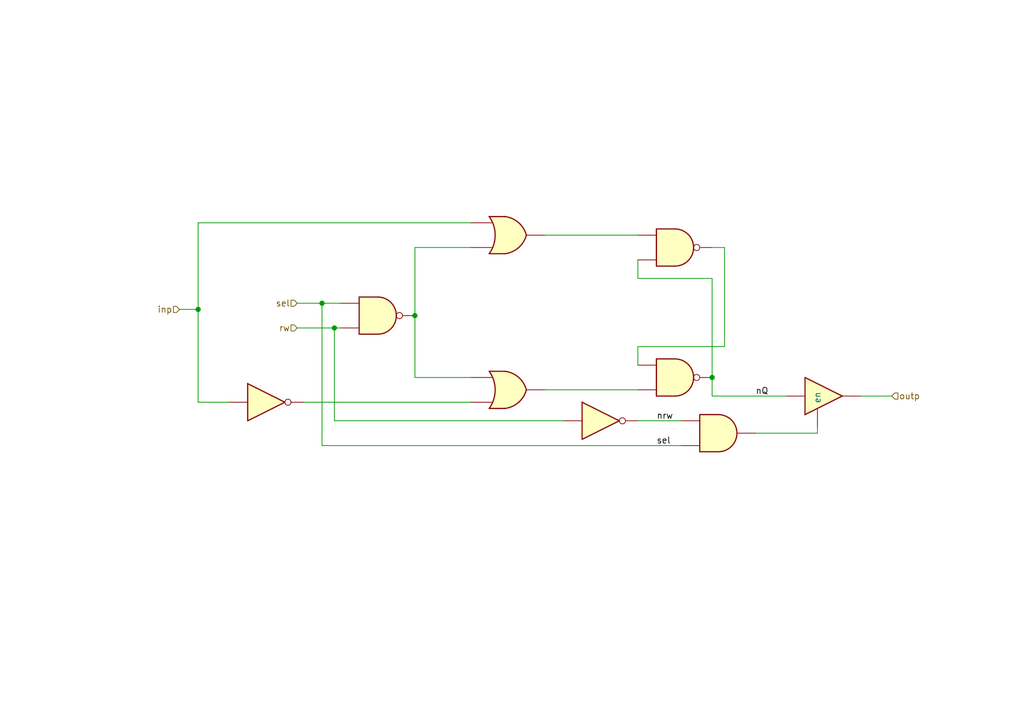
<source format=kicad_sch>
(kicad_sch (version 20230121) (generator eeschema)
  (paper "A5")
  (lib_symbols
    (symbol "4xxx:4010" (pin_names (offset 1.016))
      (symbol "4010_1_0"
        (polyline (pts (xy -3.81 3.81) (xy -3.81 -3.81) (xy 3.81 0) (xy -3.81 3.81)) (stroke (width 0.254)) (fill (type background)))
        (pin input line (at -7.62 0 0) (length 3.81) (name "~") (number ""))
        (pin output line (at 7.62 0 180) (length 3.81) (name "~") (number ""))
      )
      (symbol "4010_1_1"
        (pin input line (at -1.27 6.35 270) (length 3.81) (name "en") (number ""))
      )
      (symbol "4010_2_0"
        (polyline (pts (xy -3.81 3.81) (xy -3.81 -3.81) (xy 3.81 0) (xy -3.81 3.81)) (stroke (width 0.254)) (fill (type background)))
        (pin output line (at 7.62 0 180) (length 3.81) (name "~") (number "4"))
        (pin input line (at -7.62 0 0) (length 3.81) (name "~") (number "5"))
      )
      (symbol "4010_3_0"
        (polyline (pts (xy -3.81 3.81) (xy -3.81 -3.81) (xy 3.81 0) (xy -3.81 3.81)) (stroke (width 0.254)) (fill (type background)))
        (pin output line (at 7.62 0 180) (length 3.81) (name "~") (number "6"))
        (pin input line (at -7.62 0 0) (length 3.81) (name "~") (number "7"))
      )
      (symbol "4010_4_0"
        (polyline (pts (xy -3.81 3.81) (xy -3.81 -3.81) (xy 3.81 0) (xy -3.81 3.81)) (stroke (width 0.254)) (fill (type background)))
        (pin output line (at 7.62 0 180) (length 3.81) (name "~") (number "10"))
        (pin input line (at -7.62 0 0) (length 3.81) (name "~") (number "9"))
      )
      (symbol "4010_5_0"
        (polyline (pts (xy -3.81 3.81) (xy -3.81 -3.81) (xy 3.81 0) (xy -3.81 3.81)) (stroke (width 0.254)) (fill (type background)))
        (pin input line (at -7.62 0 0) (length 3.81) (name "~") (number "11"))
        (pin output line (at 7.62 0 180) (length 3.81) (name "~") (number "12"))
      )
      (symbol "4010_6_0"
        (polyline (pts (xy -3.81 3.81) (xy -3.81 -3.81) (xy 3.81 0) (xy -3.81 3.81)) (stroke (width 0.254)) (fill (type background)))
        (pin input line (at -7.62 0 0) (length 3.81) (name "~") (number "14"))
        (pin output line (at 7.62 0 180) (length 3.81) (name "~") (number "15"))
      )
      (symbol "4010_7_0"
        (pin power_in line (at 2.54 12.7 270) (length 5.08) (name "VCC") (number "1"))
        (pin power_in line (at -2.54 12.7 270) (length 5.08) (name "VDD") (number "16"))
        (pin power_in line (at 0 -12.7 90) (length 5.08) (name "VSS") (number "8"))
      )
      (symbol "4010_7_1"
        (rectangle (start -5.08 7.62) (end 5.08 -7.62) (stroke (width 0.254)) (fill (type background)))
      )
    )
    (symbol "4xxx:4011" (pin_names (offset 1.016))
      (property "Reference" "U174" (at -0.0083 8.89 0))
      (property "Value" "4011" (at -0.0083 6.35 0))
      (symbol "4011_1_1"
        (arc (start 0 -3.81) (mid 3.7934 0) (end 0 3.81) (stroke (width 0.254)) (fill (type background)))
        (polyline (pts (xy 0 3.81) (xy -3.81 3.81) (xy -3.81 -3.81) (xy 0 -3.81)) (stroke (width 0.254)) (fill (type background)))
        (pin input line (at -7.62 -2.54 0) (length 3.81) (name "~") (number ""))
        (pin input line (at -7.62 2.54 0) (length 3.81) (name "~") (number ""))
        (pin output inverted (at 7.62 0 180) (length 3.81) (name "~") (number ""))
      )
      (symbol "4011_1_2"
        (arc (start -3.81 -3.81) (mid -2.589 0) (end -3.81 3.81) (stroke (width 0.254)))
        (arc (start -0.6096 -3.81) (mid 2.1842 -2.5851) (end 3.81 0) (stroke (width 0.254)) (fill (type background)))
        (polyline (pts (xy -3.81 -3.81) (xy -0.635 -3.81)) (stroke (width 0.254)) (fill (type background)))
        (polyline (pts (xy -3.81 3.81) (xy -0.635 3.81)) (stroke (width 0.254)) (fill (type background)))
        (polyline (pts (xy -0.635 3.81) (xy -3.81 3.81) (xy -3.81 3.81) (xy -3.556 3.4036) (xy -3.0226 2.2606) (xy -2.6924 1.0414) (xy -2.6162 -0.254) (xy -2.7686 -1.4986) (xy -3.175 -2.7178) (xy -3.81 -3.81) (xy -3.81 -3.81) (xy -0.635 -3.81)) (stroke (width -25.4)) (fill (type background)))
        (arc (start 3.81 0) (mid 2.1915 2.5936) (end -0.6096 3.81) (stroke (width 0.254)) (fill (type background)))
        (pin input inverted (at -7.62 2.54 0) (length 4.318) (name "~") (number "1"))
        (pin input inverted (at -7.62 -2.54 0) (length 4.318) (name "~") (number "2"))
        (pin output line (at 7.62 0 180) (length 3.81) (name "~") (number "3"))
      )
      (symbol "4011_2_1"
        (arc (start 0 -3.81) (mid 3.7934 0) (end 0 3.81) (stroke (width 0.254)) (fill (type background)))
        (polyline (pts (xy 0 3.81) (xy -3.81 3.81) (xy -3.81 -3.81) (xy 0 -3.81)) (stroke (width 0.254)) (fill (type background)))
        (pin output inverted (at 7.62 0 180) (length 3.81) (name "~") (number "4"))
        (pin input line (at -7.62 2.54 0) (length 3.81) (name "~") (number "5"))
        (pin input line (at -7.62 -2.54 0) (length 3.81) (name "~") (number "6"))
      )
      (symbol "4011_2_2"
        (arc (start -3.81 -3.81) (mid -2.589 0) (end -3.81 3.81) (stroke (width 0.254)))
        (arc (start -0.6096 -3.81) (mid 2.1842 -2.5851) (end 3.81 0) (stroke (width 0.254)) (fill (type background)))
        (polyline (pts (xy -3.81 -3.81) (xy -0.635 -3.81)) (stroke (width 0.254)) (fill (type background)))
        (polyline (pts (xy -3.81 3.81) (xy -0.635 3.81)) (stroke (width 0.254)) (fill (type background)))
        (polyline (pts (xy -0.635 3.81) (xy -3.81 3.81) (xy -3.81 3.81) (xy -3.556 3.4036) (xy -3.0226 2.2606) (xy -2.6924 1.0414) (xy -2.6162 -0.254) (xy -2.7686 -1.4986) (xy -3.175 -2.7178) (xy -3.81 -3.81) (xy -3.81 -3.81) (xy -0.635 -3.81)) (stroke (width -25.4)) (fill (type background)))
        (arc (start 3.81 0) (mid 2.1915 2.5936) (end -0.6096 3.81) (stroke (width 0.254)) (fill (type background)))
        (pin output line (at 7.62 0 180) (length 3.81) (name "~") (number "4"))
        (pin input inverted (at -7.62 2.54 0) (length 4.318) (name "~") (number "5"))
        (pin input inverted (at -7.62 -2.54 0) (length 4.318) (name "~") (number "6"))
      )
      (symbol "4011_3_1"
        (arc (start 0 -3.81) (mid 3.7934 0) (end 0 3.81) (stroke (width 0.254)) (fill (type background)))
        (polyline (pts (xy 0 3.81) (xy -3.81 3.81) (xy -3.81 -3.81) (xy 0 -3.81)) (stroke (width 0.254)) (fill (type background)))
        (pin output inverted (at 7.62 0 180) (length 3.81) (name "~") (number "10"))
        (pin input line (at -7.62 2.54 0) (length 3.81) (name "~") (number "8"))
        (pin input line (at -7.62 -2.54 0) (length 3.81) (name "~") (number "9"))
      )
      (symbol "4011_3_2"
        (arc (start -3.81 -3.81) (mid -2.589 0) (end -3.81 3.81) (stroke (width 0.254)))
        (arc (start -0.6096 -3.81) (mid 2.1842 -2.5851) (end 3.81 0) (stroke (width 0.254)) (fill (type background)))
        (polyline (pts (xy -3.81 -3.81) (xy -0.635 -3.81)) (stroke (width 0.254)) (fill (type background)))
        (polyline (pts (xy -3.81 3.81) (xy -0.635 3.81)) (stroke (width 0.254)) (fill (type background)))
        (polyline (pts (xy -0.635 3.81) (xy -3.81 3.81) (xy -3.81 3.81) (xy -3.556 3.4036) (xy -3.0226 2.2606) (xy -2.6924 1.0414) (xy -2.6162 -0.254) (xy -2.7686 -1.4986) (xy -3.175 -2.7178) (xy -3.81 -3.81) (xy -3.81 -3.81) (xy -0.635 -3.81)) (stroke (width -25.4)) (fill (type background)))
        (arc (start 3.81 0) (mid 2.1915 2.5936) (end -0.6096 3.81) (stroke (width 0.254)) (fill (type background)))
        (pin output line (at 7.62 0 180) (length 3.81) (name "~") (number "10"))
        (pin input inverted (at -7.62 2.54 0) (length 4.318) (name "~") (number "8"))
        (pin input inverted (at -7.62 -2.54 0) (length 4.318) (name "~") (number "9"))
      )
      (symbol "4011_4_1"
        (arc (start 0 -3.81) (mid 3.7934 0) (end 0 3.81) (stroke (width 0.254)) (fill (type background)))
        (polyline (pts (xy 0 3.81) (xy -3.81 3.81) (xy -3.81 -3.81) (xy 0 -3.81)) (stroke (width 0.254)) (fill (type background)))
        (pin output inverted (at 7.62 0 180) (length 3.81) (name "~") (number "11"))
        (pin input line (at -7.62 2.54 0) (length 3.81) (name "~") (number "12"))
        (pin input line (at -7.62 -2.54 0) (length 3.81) (name "~") (number "13"))
      )
      (symbol "4011_4_2"
        (arc (start -3.81 -3.81) (mid -2.589 0) (end -3.81 3.81) (stroke (width 0.254)))
        (arc (start -0.6096 -3.81) (mid 2.1842 -2.5851) (end 3.81 0) (stroke (width 0.254)) (fill (type background)))
        (polyline (pts (xy -3.81 -3.81) (xy -0.635 -3.81)) (stroke (width 0.254)) (fill (type background)))
        (polyline (pts (xy -3.81 3.81) (xy -0.635 3.81)) (stroke (width 0.254)) (fill (type background)))
        (polyline (pts (xy -0.635 3.81) (xy -3.81 3.81) (xy -3.81 3.81) (xy -3.556 3.4036) (xy -3.0226 2.2606) (xy -2.6924 1.0414) (xy -2.6162 -0.254) (xy -2.7686 -1.4986) (xy -3.175 -2.7178) (xy -3.81 -3.81) (xy -3.81 -3.81) (xy -0.635 -3.81)) (stroke (width -25.4)) (fill (type background)))
        (arc (start 3.81 0) (mid 2.1915 2.5936) (end -0.6096 3.81) (stroke (width 0.254)) (fill (type background)))
        (pin output line (at 7.62 0 180) (length 3.81) (name "~") (number "11"))
        (pin input inverted (at -7.62 2.54 0) (length 4.318) (name "~") (number "12"))
        (pin input inverted (at -7.62 -2.54 0) (length 4.318) (name "~") (number "13"))
      )
      (symbol "4011_5_0"
        (pin power_in line (at 0 12.7 270) (length 5.08) (name "VDD") (number "14"))
        (pin power_in line (at 0 -12.7 90) (length 5.08) (name "VSS") (number "7"))
      )
      (symbol "4011_5_1"
        (rectangle (start -5.08 7.62) (end 5.08 -7.62) (stroke (width 0.254)) (fill (type background)))
      )
    )
    (symbol "4xxx:4069" (pin_names (offset 1.016))
      (symbol "4069_1_0"
        (polyline (pts (xy -3.81 3.81) (xy -3.81 -3.81) (xy 3.81 0) (xy -3.81 3.81)) (stroke (width 0.254)) (fill (type background)))
        (pin input line (at -7.62 0 0) (length 3.81) (name "~") (number ""))
        (pin output inverted (at 7.62 0 180) (length 3.81) (name "~") (number ""))
      )
      (symbol "4069_2_0"
        (polyline (pts (xy -3.81 3.81) (xy -3.81 -3.81) (xy 3.81 0) (xy -3.81 3.81)) (stroke (width 0.254)) (fill (type background)))
        (pin input line (at -7.62 0 0) (length 3.81) (name "~") (number "3"))
        (pin output inverted (at 7.62 0 180) (length 3.81) (name "~") (number "4"))
      )
      (symbol "4069_3_0"
        (polyline (pts (xy -3.81 3.81) (xy -3.81 -3.81) (xy 3.81 0) (xy -3.81 3.81)) (stroke (width 0.254)) (fill (type background)))
        (pin input line (at -7.62 0 0) (length 3.81) (name "~") (number "5"))
        (pin output inverted (at 7.62 0 180) (length 3.81) (name "~") (number "6"))
      )
      (symbol "4069_4_0"
        (polyline (pts (xy -3.81 3.81) (xy -3.81 -3.81) (xy 3.81 0) (xy -3.81 3.81)) (stroke (width 0.254)) (fill (type background)))
        (pin output inverted (at 7.62 0 180) (length 3.81) (name "~") (number "8"))
        (pin input line (at -7.62 0 0) (length 3.81) (name "~") (number "9"))
      )
      (symbol "4069_5_0"
        (polyline (pts (xy -3.81 3.81) (xy -3.81 -3.81) (xy 3.81 0) (xy -3.81 3.81)) (stroke (width 0.254)) (fill (type background)))
        (pin output inverted (at 7.62 0 180) (length 3.81) (name "~") (number "10"))
        (pin input line (at -7.62 0 0) (length 3.81) (name "~") (number "11"))
      )
      (symbol "4069_6_0"
        (polyline (pts (xy -3.81 3.81) (xy -3.81 -3.81) (xy 3.81 0) (xy -3.81 3.81)) (stroke (width 0.254)) (fill (type background)))
        (pin output inverted (at 7.62 0 180) (length 3.81) (name "~") (number "12"))
        (pin input line (at -7.62 0 0) (length 3.81) (name "~") (number "13"))
      )
      (symbol "4069_7_0"
        (pin power_in line (at 0 12.7 270) (length 5.08) (name "VDD") (number "14"))
        (pin power_in line (at 0 -12.7 90) (length 5.08) (name "VSS") (number "7"))
      )
      (symbol "4069_7_1"
        (rectangle (start -5.08 7.62) (end 5.08 -7.62) (stroke (width 0.254)) (fill (type background)))
      )
    )
    (symbol "4xxx:4071" (pin_names (offset 1.016))
      (symbol "4071_1_1"
        (arc (start -3.81 -3.81) (mid -2.589 0) (end -3.81 3.81) (stroke (width 0.254)))
        (arc (start -0.6096 -3.81) (mid 2.1842 -2.5851) (end 3.81 0) (stroke (width 0.254)) (fill (type background)))
        (polyline (pts (xy -3.81 -3.81) (xy -0.635 -3.81)) (stroke (width 0.254)) (fill (type background)))
        (polyline (pts (xy -3.81 3.81) (xy -0.635 3.81)) (stroke (width 0.254)) (fill (type background)))
        (polyline (pts (xy -0.635 3.81) (xy -3.81 3.81) (xy -3.81 3.81) (xy -3.556 3.4036) (xy -3.0226 2.2606) (xy -2.6924 1.0414) (xy -2.6162 -0.254) (xy -2.7686 -1.4986) (xy -3.175 -2.7178) (xy -3.81 -3.81) (xy -3.81 -3.81) (xy -0.635 -3.81)) (stroke (width -25.4)) (fill (type background)))
        (arc (start 3.81 0) (mid 2.1915 2.5936) (end -0.6096 3.81) (stroke (width 0.254)) (fill (type background)))
        (pin input line (at -7.62 -2.54 0) (length 4.318) (name "~") (number ""))
        (pin input line (at -7.62 2.54 0) (length 4.318) (name "~") (number ""))
        (pin output line (at 7.62 0 180) (length 3.81) (name "~") (number ""))
      )
      (symbol "4071_1_2"
        (arc (start 0 -3.81) (mid 3.7934 0) (end 0 3.81) (stroke (width 0.254)) (fill (type background)))
        (polyline (pts (xy 0 3.81) (xy -3.81 3.81) (xy -3.81 -3.81) (xy 0 -3.81)) (stroke (width 0.254)) (fill (type background)))
        (pin input inverted (at -7.62 2.54 0) (length 3.81) (name "~") (number "1"))
        (pin input inverted (at -7.62 -2.54 0) (length 3.81) (name "~") (number "2"))
        (pin output inverted (at 7.62 0 180) (length 3.81) (name "~") (number "3"))
      )
      (symbol "4071_2_1"
        (arc (start -3.81 -3.81) (mid -2.589 0) (end -3.81 3.81) (stroke (width 0.254)))
        (arc (start -0.6096 -3.81) (mid 2.1842 -2.5851) (end 3.81 0) (stroke (width 0.254)) (fill (type background)))
        (polyline (pts (xy -3.81 -3.81) (xy -0.635 -3.81)) (stroke (width 0.254)) (fill (type background)))
        (polyline (pts (xy -3.81 3.81) (xy -0.635 3.81)) (stroke (width 0.254)) (fill (type background)))
        (polyline (pts (xy -0.635 3.81) (xy -3.81 3.81) (xy -3.81 3.81) (xy -3.556 3.4036) (xy -3.0226 2.2606) (xy -2.6924 1.0414) (xy -2.6162 -0.254) (xy -2.7686 -1.4986) (xy -3.175 -2.7178) (xy -3.81 -3.81) (xy -3.81 -3.81) (xy -0.635 -3.81)) (stroke (width -25.4)) (fill (type background)))
        (arc (start 3.81 0) (mid 2.1915 2.5936) (end -0.6096 3.81) (stroke (width 0.254)) (fill (type background)))
        (pin output line (at 7.62 0 180) (length 3.81) (name "~") (number "4"))
        (pin input line (at -7.62 2.54 0) (length 4.318) (name "~") (number "5"))
        (pin input line (at -7.62 -2.54 0) (length 4.318) (name "~") (number "6"))
      )
      (symbol "4071_2_2"
        (arc (start 0 -3.81) (mid 3.7934 0) (end 0 3.81) (stroke (width 0.254)) (fill (type background)))
        (polyline (pts (xy 0 3.81) (xy -3.81 3.81) (xy -3.81 -3.81) (xy 0 -3.81)) (stroke (width 0.254)) (fill (type background)))
        (pin output inverted (at 7.62 0 180) (length 3.81) (name "~") (number "4"))
        (pin input inverted (at -7.62 2.54 0) (length 3.81) (name "~") (number "5"))
        (pin input inverted (at -7.62 -2.54 0) (length 3.81) (name "~") (number "6"))
      )
      (symbol "4071_3_1"
        (arc (start -3.81 -3.81) (mid -2.589 0) (end -3.81 3.81) (stroke (width 0.254)))
        (arc (start -0.6096 -3.81) (mid 2.1842 -2.5851) (end 3.81 0) (stroke (width 0.254)) (fill (type background)))
        (polyline (pts (xy -3.81 -3.81) (xy -0.635 -3.81)) (stroke (width 0.254)) (fill (type background)))
        (polyline (pts (xy -3.81 3.81) (xy -0.635 3.81)) (stroke (width 0.254)) (fill (type background)))
        (polyline (pts (xy -0.635 3.81) (xy -3.81 3.81) (xy -3.81 3.81) (xy -3.556 3.4036) (xy -3.0226 2.2606) (xy -2.6924 1.0414) (xy -2.6162 -0.254) (xy -2.7686 -1.4986) (xy -3.175 -2.7178) (xy -3.81 -3.81) (xy -3.81 -3.81) (xy -0.635 -3.81)) (stroke (width -25.4)) (fill (type background)))
        (arc (start 3.81 0) (mid 2.1915 2.5936) (end -0.6096 3.81) (stroke (width 0.254)) (fill (type background)))
        (pin output line (at 7.62 0 180) (length 3.81) (name "~") (number "10"))
        (pin input line (at -7.62 2.54 0) (length 4.318) (name "~") (number "8"))
        (pin input line (at -7.62 -2.54 0) (length 4.318) (name "~") (number "9"))
      )
      (symbol "4071_3_2"
        (arc (start 0 -3.81) (mid 3.7934 0) (end 0 3.81) (stroke (width 0.254)) (fill (type background)))
        (polyline (pts (xy 0 3.81) (xy -3.81 3.81) (xy -3.81 -3.81) (xy 0 -3.81)) (stroke (width 0.254)) (fill (type background)))
        (pin output inverted (at 7.62 0 180) (length 3.81) (name "~") (number "10"))
        (pin input inverted (at -7.62 2.54 0) (length 3.81) (name "~") (number "8"))
        (pin input inverted (at -7.62 -2.54 0) (length 3.81) (name "~") (number "9"))
      )
      (symbol "4071_4_1"
        (arc (start -3.81 -3.81) (mid -2.589 0) (end -3.81 3.81) (stroke (width 0.254)))
        (arc (start -0.6096 -3.81) (mid 2.1842 -2.5851) (end 3.81 0) (stroke (width 0.254)) (fill (type background)))
        (polyline (pts (xy -3.81 -3.81) (xy -0.635 -3.81)) (stroke (width 0.254)) (fill (type background)))
        (polyline (pts (xy -3.81 3.81) (xy -0.635 3.81)) (stroke (width 0.254)) (fill (type background)))
        (polyline (pts (xy -0.635 3.81) (xy -3.81 3.81) (xy -3.81 3.81) (xy -3.556 3.4036) (xy -3.0226 2.2606) (xy -2.6924 1.0414) (xy -2.6162 -0.254) (xy -2.7686 -1.4986) (xy -3.175 -2.7178) (xy -3.81 -3.81) (xy -3.81 -3.81) (xy -0.635 -3.81)) (stroke (width -25.4)) (fill (type background)))
        (arc (start 3.81 0) (mid 2.1915 2.5936) (end -0.6096 3.81) (stroke (width 0.254)) (fill (type background)))
        (pin output line (at 7.62 0 180) (length 3.81) (name "~") (number "11"))
        (pin input line (at -7.62 2.54 0) (length 4.318) (name "~") (number "12"))
        (pin input line (at -7.62 -2.54 0) (length 4.318) (name "~") (number "13"))
      )
      (symbol "4071_4_2"
        (arc (start 0 -3.81) (mid 3.7934 0) (end 0 3.81) (stroke (width 0.254)) (fill (type background)))
        (polyline (pts (xy 0 3.81) (xy -3.81 3.81) (xy -3.81 -3.81) (xy 0 -3.81)) (stroke (width 0.254)) (fill (type background)))
        (pin output inverted (at 7.62 0 180) (length 3.81) (name "~") (number "11"))
        (pin input inverted (at -7.62 2.54 0) (length 3.81) (name "~") (number "12"))
        (pin input inverted (at -7.62 -2.54 0) (length 3.81) (name "~") (number "13"))
      )
      (symbol "4071_5_0"
        (pin power_in line (at 0 12.7 270) (length 5.08) (name "VDD") (number "14"))
        (pin power_in line (at 0 -12.7 90) (length 5.08) (name "VSS") (number "7"))
      )
      (symbol "4071_5_1"
        (rectangle (start -5.08 7.62) (end 5.08 -7.62) (stroke (width 0.254)) (fill (type background)))
      )
    )
    (symbol "4xxx:4081" (pin_names (offset 1.016))
      (symbol "4081_1_1"
        (arc (start 0 -3.81) (mid 3.7934 0) (end 0 3.81) (stroke (width 0.254)) (fill (type background)))
        (polyline (pts (xy 0 3.81) (xy -3.81 3.81) (xy -3.81 -3.81) (xy 0 -3.81)) (stroke (width 0.254)) (fill (type background)))
        (pin input line (at -7.62 -2.54 0) (length 3.81) (name "~") (number ""))
        (pin input line (at -7.62 2.54 0) (length 3.81) (name "~") (number ""))
        (pin output line (at 7.62 0 180) (length 3.81) (name "~") (number ""))
      )
      (symbol "4081_1_2"
        (arc (start -3.81 -3.81) (mid -2.589 0) (end -3.81 3.81) (stroke (width 0.254)))
        (arc (start -0.6096 -3.81) (mid 2.1842 -2.5851) (end 3.81 0) (stroke (width 0.254)) (fill (type background)))
        (polyline (pts (xy -3.81 -3.81) (xy -0.635 -3.81)) (stroke (width 0.254)) (fill (type background)))
        (polyline (pts (xy -3.81 3.81) (xy -0.635 3.81)) (stroke (width 0.254)) (fill (type background)))
        (polyline (pts (xy -0.635 3.81) (xy -3.81 3.81) (xy -3.81 3.81) (xy -3.556 3.4036) (xy -3.0226 2.2606) (xy -2.6924 1.0414) (xy -2.6162 -0.254) (xy -2.7686 -1.4986) (xy -3.175 -2.7178) (xy -3.81 -3.81) (xy -3.81 -3.81) (xy -0.635 -3.81)) (stroke (width -25.4)) (fill (type background)))
        (arc (start 3.81 0) (mid 2.1915 2.5936) (end -0.6096 3.81) (stroke (width 0.254)) (fill (type background)))
        (pin input inverted (at -7.62 2.54 0) (length 4.318) (name "~") (number "1"))
        (pin input inverted (at -7.62 -2.54 0) (length 4.318) (name "~") (number "2"))
        (pin output inverted (at 7.62 0 180) (length 3.81) (name "~") (number "3"))
      )
      (symbol "4081_2_1"
        (arc (start 0 -3.81) (mid 3.7934 0) (end 0 3.81) (stroke (width 0.254)) (fill (type background)))
        (polyline (pts (xy 0 3.81) (xy -3.81 3.81) (xy -3.81 -3.81) (xy 0 -3.81)) (stroke (width 0.254)) (fill (type background)))
        (pin output line (at 7.62 0 180) (length 3.81) (name "~") (number "4"))
        (pin input line (at -7.62 2.54 0) (length 3.81) (name "~") (number "5"))
        (pin input line (at -7.62 -2.54 0) (length 3.81) (name "~") (number "6"))
      )
      (symbol "4081_2_2"
        (arc (start -3.81 -3.81) (mid -2.589 0) (end -3.81 3.81) (stroke (width 0.254)))
        (arc (start -0.6096 -3.81) (mid 2.1842 -2.5851) (end 3.81 0) (stroke (width 0.254)) (fill (type background)))
        (polyline (pts (xy -3.81 -3.81) (xy -0.635 -3.81)) (stroke (width 0.254)) (fill (type background)))
        (polyline (pts (xy -3.81 3.81) (xy -0.635 3.81)) (stroke (width 0.254)) (fill (type background)))
        (polyline (pts (xy -0.635 3.81) (xy -3.81 3.81) (xy -3.81 3.81) (xy -3.556 3.4036) (xy -3.0226 2.2606) (xy -2.6924 1.0414) (xy -2.6162 -0.254) (xy -2.7686 -1.4986) (xy -3.175 -2.7178) (xy -3.81 -3.81) (xy -3.81 -3.81) (xy -0.635 -3.81)) (stroke (width -25.4)) (fill (type background)))
        (arc (start 3.81 0) (mid 2.1915 2.5936) (end -0.6096 3.81) (stroke (width 0.254)) (fill (type background)))
        (pin output inverted (at 7.62 0 180) (length 3.81) (name "~") (number "4"))
        (pin input inverted (at -7.62 2.54 0) (length 4.318) (name "~") (number "5"))
        (pin input inverted (at -7.62 -2.54 0) (length 4.318) (name "~") (number "6"))
      )
      (symbol "4081_3_1"
        (arc (start 0 -3.81) (mid 3.7934 0) (end 0 3.81) (stroke (width 0.254)) (fill (type background)))
        (polyline (pts (xy 0 3.81) (xy -3.81 3.81) (xy -3.81 -3.81) (xy 0 -3.81)) (stroke (width 0.254)) (fill (type background)))
        (pin output line (at 7.62 0 180) (length 3.81) (name "~") (number "10"))
        (pin input line (at -7.62 2.54 0) (length 3.81) (name "~") (number "8"))
        (pin input line (at -7.62 -2.54 0) (length 3.81) (name "~") (number "9"))
      )
      (symbol "4081_3_2"
        (arc (start -3.81 -3.81) (mid -2.589 0) (end -3.81 3.81) (stroke (width 0.254)))
        (arc (start -0.6096 -3.81) (mid 2.1842 -2.5851) (end 3.81 0) (stroke (width 0.254)) (fill (type background)))
        (polyline (pts (xy -3.81 -3.81) (xy -0.635 -3.81)) (stroke (width 0.254)) (fill (type background)))
        (polyline (pts (xy -3.81 3.81) (xy -0.635 3.81)) (stroke (width 0.254)) (fill (type background)))
        (polyline (pts (xy -0.635 3.81) (xy -3.81 3.81) (xy -3.81 3.81) (xy -3.556 3.4036) (xy -3.0226 2.2606) (xy -2.6924 1.0414) (xy -2.6162 -0.254) (xy -2.7686 -1.4986) (xy -3.175 -2.7178) (xy -3.81 -3.81) (xy -3.81 -3.81) (xy -0.635 -3.81)) (stroke (width -25.4)) (fill (type background)))
        (arc (start 3.81 0) (mid 2.1915 2.5936) (end -0.6096 3.81) (stroke (width 0.254)) (fill (type background)))
        (pin output inverted (at 7.62 0 180) (length 3.81) (name "~") (number "10"))
        (pin input inverted (at -7.62 2.54 0) (length 4.318) (name "~") (number "8"))
        (pin input inverted (at -7.62 -2.54 0) (length 4.318) (name "~") (number "9"))
      )
      (symbol "4081_4_1"
        (arc (start 0 -3.81) (mid 3.7934 0) (end 0 3.81) (stroke (width 0.254)) (fill (type background)))
        (polyline (pts (xy 0 3.81) (xy -3.81 3.81) (xy -3.81 -3.81) (xy 0 -3.81)) (stroke (width 0.254)) (fill (type background)))
        (pin output line (at 7.62 0 180) (length 3.81) (name "~") (number "11"))
        (pin input line (at -7.62 2.54 0) (length 3.81) (name "~") (number "12"))
        (pin input line (at -7.62 -2.54 0) (length 3.81) (name "~") (number "13"))
      )
      (symbol "4081_4_2"
        (arc (start -3.81 -3.81) (mid -2.589 0) (end -3.81 3.81) (stroke (width 0.254)))
        (arc (start -0.6096 -3.81) (mid 2.1842 -2.5851) (end 3.81 0) (stroke (width 0.254)) (fill (type background)))
        (polyline (pts (xy -3.81 -3.81) (xy -0.635 -3.81)) (stroke (width 0.254)) (fill (type background)))
        (polyline (pts (xy -3.81 3.81) (xy -0.635 3.81)) (stroke (width 0.254)) (fill (type background)))
        (polyline (pts (xy -0.635 3.81) (xy -3.81 3.81) (xy -3.81 3.81) (xy -3.556 3.4036) (xy -3.0226 2.2606) (xy -2.6924 1.0414) (xy -2.6162 -0.254) (xy -2.7686 -1.4986) (xy -3.175 -2.7178) (xy -3.81 -3.81) (xy -3.81 -3.81) (xy -0.635 -3.81)) (stroke (width -25.4)) (fill (type background)))
        (arc (start 3.81 0) (mid 2.1915 2.5936) (end -0.6096 3.81) (stroke (width 0.254)) (fill (type background)))
        (pin output inverted (at 7.62 0 180) (length 3.81) (name "~") (number "11"))
        (pin input inverted (at -7.62 2.54 0) (length 4.318) (name "~") (number "12"))
        (pin input inverted (at -7.62 -2.54 0) (length 4.318) (name "~") (number "13"))
      )
      (symbol "4081_5_0"
        (pin power_in line (at 0 12.7 270) (length 5.08) (name "VDD") (number "14"))
        (pin power_in line (at 0 -12.7 90) (length 5.08) (name "VSS") (number "7"))
      )
      (symbol "4081_5_1"
        (rectangle (start -5.08 7.62) (end 5.08 -7.62) (stroke (width 0.254)) (fill (type background)))
      )
    )
  )
  (junction (at 146.05 77.47))
  (junction (at 40.64 63.5))
  (junction (at 66.04 62.23))
  (junction (at 68.58 67.31))
  (junction (at 85.09 64.77))
  (wire (pts (xy 36.83 63.5) (xy 40.64 63.5)))
  (wire (pts (xy 60.96 67.31) (xy 68.58 67.31)))
  (wire (pts (xy 111.76 80.01) (xy 130.81 80.01)))
  (wire (pts (xy 66.04 91.44) (xy 139.7 91.44)))
  (wire (pts (xy 68.58 86.36) (xy 115.57 86.36)))
  (wire (pts (xy 40.64 45.72) (xy 40.64 63.5)))
  (wire (pts (xy 96.52 77.47) (xy 85.09 77.47)))
  (wire (pts (xy 146.05 77.47) (xy 146.05 57.15)))
  (wire (pts (xy 130.81 71.12) (xy 130.81 74.93)))
  (wire (pts (xy 40.64 45.72) (xy 96.52 45.72)))
  (wire (pts (xy 62.23 82.55) (xy 96.52 82.55)))
  (wire (pts (xy 85.09 50.8) (xy 85.09 64.77)))
  (wire (pts (xy 85.09 64.77) (xy 85.09 77.47)))
  (wire (pts (xy 130.81 86.36) (xy 139.7 86.36)))
  (wire (pts (xy 146.05 50.8) (xy 148.59 50.8)))
  (wire (pts (xy 176.53 81.28) (xy 182.88 81.28)))
  (wire (pts (xy 167.64 88.9) (xy 167.64 87.63)))
  (wire (pts (xy 40.64 82.55) (xy 46.99 82.55)))
  (wire (pts (xy 146.05 57.15) (xy 130.81 57.15)))
  (wire (pts (xy 66.04 62.23) (xy 66.04 91.44)))
  (wire (pts (xy 154.94 88.9) (xy 167.64 88.9)))
  (wire (pts (xy 68.58 67.31) (xy 68.58 86.36)))
  (wire (pts (xy 66.04 62.23) (xy 69.85 62.23)))
  (wire (pts (xy 40.64 63.5) (xy 40.64 82.55)))
  (wire (pts (xy 96.52 50.8) (xy 85.09 50.8)))
  (wire (pts (xy 148.59 71.12) (xy 130.81 71.12)))
  (wire (pts (xy 146.05 81.28) (xy 146.05 77.47)))
  (wire (pts (xy 111.76 48.26) (xy 130.81 48.26)))
  (wire (pts (xy 161.29 81.28) (xy 146.05 81.28)))
  (wire (pts (xy 148.59 50.8) (xy 148.59 71.12)))
  (wire (pts (xy 130.81 57.15) (xy 130.81 53.34)))
  (wire (pts (xy 60.96 62.23) (xy 66.04 62.23)))
  (wire (pts (xy 68.58 67.31) (xy 69.85 67.31)))
  (label "nrw" (at 134.62 86.36 0))
  (label "nQ" (at 154.94 81.28 0))
  (label "sel" (at 134.62 91.44 0))
  (hierarchical_label "inp" (shape input) (at 36.83 63.5 180))
  (hierarchical_label "outp" (shape input) (at 182.88 81.28 0))
  (hierarchical_label "rw" (shape input) (at 60.96 67.31 180))
  (hierarchical_label "sel" (shape input) (at 60.96 62.23 180))
  (symbol (lib_id "4xxx:4011") (at 138.43 77.47 0) (unit 1)
    (property "Reference" "U302" (effects hide))
    (property "Value" "4011" (effects hide))
    (property "Datasheet" "http://www.intersil.com/content/dam/Intersil/documents/cd40/cd4011bms-12bms-23bms.pdf" (effects hide))
    (instances (project "scheme" (path "" (reference "U302") (unit 1)) (path "" (reference "U207") (unit 1)) (path "" (reference "U59") (unit 1)) (path "" (reference "U161") (unit 1)) (path "" (reference "U225") (unit 1)) (path "" (reference "U251") (unit 1)) (path "" (reference "U322") (unit 1)) (path "" (reference "U369") (unit 1)) (path "" (reference "U28") (unit 1)) (path "" (reference "U36") (unit 1)) (path "" (reference "U44") (unit 1)) (path "" (reference "U55") (unit 1)) (path "" (reference "U67") (unit 1)) (path "" (reference "U75") (unit 1)) (path "" (reference "U83") (unit 1)) (path "" (reference "U91") (unit 1)) (path "" (reference "U99") (unit 1)) (path "" (reference "U107") (unit 1)) (path "" (reference "U115") (unit 1)) (path "" (reference "U123") (unit 1)) (path "" (reference "U131") (unit 1)) (path "" (reference "U139") (unit 1)) (path "" (reference "U147") (unit 1)) (path "" (reference "U162") (unit 1)) (path "" (reference "U170") (unit 1)) (path "" (reference "U180") (unit 1)) (path "" (reference "U189") (unit 1)) (path "" (reference "U198") (unit 1)) (path "" (reference "U208") (unit 1)) (path "" (reference "U216") (unit 1)) (path "" (reference "U230") (unit 1)) (path "" (reference "U239") (unit 1)) (path "" (reference "U253") (unit 1)) (path "" (reference "U261") (unit 1)) (path "" (reference "U269") (unit 1)) (path "" (reference "U277") (unit 1)) (path "" (reference "U285") (unit 1)) (path "" (reference "U293") (unit 1)) (path "" (reference "U301") (unit 1)) (path "" (reference "U310") (unit 1)) (path "" (reference "U324") (unit 1)) (path "" (reference "U332") (unit 1)) (path "" (reference "U340") (unit 1)) (path "" (reference "U348") (unit 1)) (path "" (reference "U356") (unit 1)) (path "" (reference "U364") (unit 1)) (path "" (reference "U394") (unit 1)) (path "" (reference "U403") (unit 1)) (path "" (reference "U412") (unit 1)) (path "" (reference "U422") (unit 1)) (path "" (reference "U432") (unit 1)) (path "" (reference "U440") (unit 1)) (path "" (reference "U449") (unit 1)) (path "" (reference "U458") (unit 1)) (path "" (reference "U467") (unit 1)) (path "" (reference "U476") (unit 1)) (path "" (reference "U486") (unit 1)) (path "" (reference "U496") (unit 1)) (path "" (reference "U504") (unit 1)) (path "" (reference "U513") (unit 1)) (path "" (reference "U522") (unit 1)) (path "" (reference "U530") (unit 1)) (path "" (reference "U538") (unit 1)) (path "" (reference "U546") (unit 1))))
  )
  (symbol (lib_id "4xxx:4011") (at 138.43 50.8 0) (unit 1)
    (property "Reference" "U174" (effects hide))
    (property "Value" "4011" (effects hide))
    (property "Datasheet" "http://www.intersil.com/content/dam/Intersil/documents/cd40/cd4011bms-12bms-23bms.pdf" (effects hide))
    (instances (project "scheme" (path "" (reference "U174") (unit 1)) (path "" (reference "U199") (unit 1)) (path "" (reference "U58") (unit 1)) (path "" (reference "U160") (unit 1)) (path "" (reference "U228") (unit 1)) (path "" (reference "U250") (unit 1)) (path "" (reference "U321") (unit 1)) (path "" (reference "U371") (unit 1)) (path "" (reference "U27") (unit 1)) (path "" (reference "U35") (unit 1)) (path "" (reference "U43") (unit 1)) (path "" (reference "U54") (unit 1)) (path "" (reference "U66") (unit 1)) (path "" (reference "U74") (unit 1)) (path "" (reference "U82") (unit 1)) (path "" (reference "U90") (unit 1)) (path "" (reference "U98") (unit 1)) (path "" (reference "U106") (unit 1)) (path "" (reference "U114") (unit 1)) (path "" (reference "U122") (unit 1)) (path "" (reference "U130") (unit 1)) (path "" (reference "U138") (unit 1)) (path "" (reference "U146") (unit 1)) (path "" (reference "U159") (unit 1)) (path "" (reference "U169") (unit 1)) (path "" (reference "U179") (unit 1)) (path "" (reference "U188") (unit 1)) (path "" (reference "U197") (unit 1)) (path "" (reference "U206") (unit 1)) (path "" (reference "U215") (unit 1)) (path "" (reference "U229") (unit 1)) (path "" (reference "U237") (unit 1)) (path "" (reference "U252") (unit 1)) (path "" (reference "U260") (unit 1)) (path "" (reference "U268") (unit 1)) (path "" (reference "U276") (unit 1)) (path "" (reference "U284") (unit 1)) (path "" (reference "U292") (unit 1)) (path "" (reference "U300") (unit 1)) (path "" (reference "U309") (unit 1)) (path "" (reference "U323") (unit 1)) (path "" (reference "U331") (unit 1)) (path "" (reference "U339") (unit 1)) (path "" (reference "U347") (unit 1)) (path "" (reference "U355") (unit 1)) (path "" (reference "U363") (unit 1)) (path "" (reference "U377") (unit 1)) (path "" (reference "U402") (unit 1)) (path "" (reference "U411") (unit 1)) (path "" (reference "U420") (unit 1)) (path "" (reference "U431") (unit 1)) (path "" (reference "U439") (unit 1)) (path "" (reference "U448") (unit 1)) (path "" (reference "U457") (unit 1)) (path "" (reference "U466") (unit 1)) (path "" (reference "U475") (unit 1)) (path "" (reference "U484") (unit 1)) (path "" (reference "U495") (unit 1)) (path "" (reference "U503") (unit 1)) (path "" (reference "U512") (unit 1)) (path "" (reference "U521") (unit 1)) (path "" (reference "U529") (unit 1)) (path "" (reference "U537") (unit 1)) (path "" (reference "U545") (unit 1))))
  )
  (symbol (lib_id "4xxx:4081") (at 147.32 88.9 0) (unit 1)
    (property "Reference" "U576" (effects hide))
    (property "Value" "4081" (effects hide))
    (property "Datasheet" "http://www.intersil.com/content/dam/Intersil/documents/cd40/cd4073bms-81bms-82bms.pdf" (effects hide))
    (instances (project "scheme" (path "" (reference "U576") (unit 1)) (path "" (reference "U548") (unit 1)) (path "" (reference "U549") (unit 1)) (path "" (reference "U550") (unit 1)) (path "" (reference "U551") (unit 1)) (path "" (reference "U552") (unit 1)) (path "" (reference "U553") (unit 1)) (path "" (reference "U554") (unit 1)) (path "" (reference "U555") (unit 1)) (path "" (reference "U556") (unit 1)) (path "" (reference "U557") (unit 1)) (path "" (reference "U559") (unit 1)) (path "" (reference "U560") (unit 1)) (path "" (reference "U561") (unit 1)) (path "" (reference "U562") (unit 1)) (path "" (reference "U563") (unit 1)) (path "" (reference "U564") (unit 1)) (path "" (reference "U565") (unit 1)) (path "" (reference "U566") (unit 1)) (path "" (reference "U567") (unit 1)) (path "" (reference "U568") (unit 1)) (path "" (reference "U569") (unit 1)) (path "" (reference "U570") (unit 1)) (path "" (reference "U571") (unit 1)) (path "" (reference "U572") (unit 1)) (path "" (reference "U573") (unit 1)) (path "" (reference "U574") (unit 1)) (path "" (reference "U575") (unit 1)) (path "" (reference "U577") (unit 1)) (path "" (reference "U578") (unit 1)) (path "" (reference "U579") (unit 1)) (path "" (reference "U580") (unit 1)) (path "" (reference "U581") (unit 1)) (path "" (reference "U582") (unit 1)) (path "" (reference "U583") (unit 1)) (path "" (reference "U584") (unit 1)) (path "" (reference "U585") (unit 1)) (path "" (reference "U586") (unit 1)) (path "" (reference "U587") (unit 1)) (path "" (reference "U588") (unit 1)) (path "" (reference "U589") (unit 1)) (path "" (reference "U590") (unit 1)) (path "" (reference "U591") (unit 1)) (path "" (reference "U592") (unit 1)) (path "" (reference "U593") (unit 1)) (path "" (reference "U594") (unit 1)) (path "" (reference "U595") (unit 1)) (path "" (reference "U596") (unit 1)) (path "" (reference "U597") (unit 1)) (path "" (reference "U598") (unit 1)) (path "" (reference "U599") (unit 1)) (path "" (reference "U600") (unit 1)) (path "" (reference "U601") (unit 1)) (path "" (reference "U602") (unit 1)) (path "" (reference "U603") (unit 1)) (path "" (reference "U604") (unit 1)) (path "" (reference "U605") (unit 1)) (path "" (reference "U606") (unit 1)) (path "" (reference "U607") (unit 1)) (path "" (reference "U608") (unit 1)) (path "" (reference "U609") (unit 1)) (path "" (reference "U610") (unit 1)) (path "" (reference "U611") (unit 1)) (path "" (reference "U612") (unit 1))))
  )
  (symbol (lib_id "4xxx:4071") (at 104.14 80.01 0) (unit 1)
    (property "Reference" "U622" (effects hide))
    (property "Value" "4071" (effects hide))
    (property "Datasheet" "http://www.intersil.com/content/dam/Intersil/documents/cd40/cd4071bms-72bms-75bms.pdf" (effects hide))
    (instances (project "scheme" (path "" (reference "U622") (unit 1)) (path "" (reference "U151") (unit 1)) (path "" (reference "U50") (unit 1)) (path "" (reference "U153") (unit 1)) (path "" (reference "U224") (unit 1)) (path "" (reference "U242") (unit 1)) (path "" (reference "U315") (unit 1)) (path "" (reference "U368") (unit 1)) (path "" (reference "U25") (unit 1)) (path "" (reference "U33") (unit 1)) (path "" (reference "U41") (unit 1)) (path "" (reference "U51") (unit 1)) (path "" (reference "U64") (unit 1)) (path "" (reference "U72") (unit 1)) (path "" (reference "U80") (unit 1)) (path "" (reference "U88") (unit 1)) (path "" (reference "U96") (unit 1)) (path "" (reference "U104") (unit 1)) (path "" (reference "U112") (unit 1)) (path "" (reference "U120") (unit 1)) (path "" (reference "U128") (unit 1)) (path "" (reference "U136") (unit 1)) (path "" (reference "U144") (unit 1)) (path "" (reference "U155") (unit 1)) (path "" (reference "U167") (unit 1)) (path "" (reference "U177") (unit 1)) (path "" (reference "U186") (unit 1)) (path "" (reference "U195") (unit 1)) (path "" (reference "U204") (unit 1)) (path "" (reference "U213") (unit 1)) (path "" (reference "U222") (unit 1)) (path "" (reference "U235") (unit 1)) (path "" (reference "U246") (unit 1)) (path "" (reference "U258") (unit 1)) (path "" (reference "U266") (unit 1)) (path "" (reference "U274") (unit 1)) (path "" (reference "U282") (unit 1)) (path "" (reference "U290") (unit 1)) (path "" (reference "U298") (unit 1)) (path "" (reference "U307") (unit 1)) (path "" (reference "U318") (unit 1)) (path "" (reference "U329") (unit 1)) (path "" (reference "U337") (unit 1)) (path "" (reference "U345") (unit 1)) (path "" (reference "U353") (unit 1)) (path "" (reference "U361") (unit 1)) (path "" (reference "U375") (unit 1)) (path "" (reference "U399") (unit 1)) (path "" (reference "U409") (unit 1)) (path "" (reference "U418") (unit 1)) (path "" (reference "U429") (unit 1)) (path "" (reference "U437") (unit 1)) (path "" (reference "U446") (unit 1)) (path "" (reference "U454") (unit 1)) (path "" (reference "U463") (unit 1)) (path "" (reference "U473") (unit 1)) (path "" (reference "U482") (unit 1)) (path "" (reference "U493") (unit 1)) (path "" (reference "U501") (unit 1)) (path "" (reference "U510") (unit 1)) (path "" (reference "U518") (unit 1)) (path "" (reference "U527") (unit 1)) (path "" (reference "U535") (unit 1)) (path "" (reference "U543") (unit 1))))
  )
  (symbol (lib_id "4xxx:4069") (at 54.61 82.55 0) (unit 1)
    (property "Reference" "U238" (effects hide))
    (property "Value" "4069" (effects hide))
    (property "Datasheet" "http://www.intersil.com/content/dam/Intersil/documents/cd40/cd4069ubms.pdf" (effects hide))
    (instances (project "scheme" (path "" (reference "U238") (unit 1)) (path "" (reference "U175") (unit 1)) (path "" (reference "U53") (unit 1)) (path "" (reference "U156") (unit 1)) (path "" (reference "U226") (unit 1)) (path "" (reference "U245") (unit 1)) (path "" (reference "U316") (unit 1)) (path "" (reference "U365") (unit 1)) (path "" (reference "U22") (unit 1)) (path "" (reference "U30") (unit 1)) (path "" (reference "U38") (unit 1)) (path "" (reference "U47") (unit 1)) (path "" (reference "U61") (unit 1)) (path "" (reference "U69") (unit 1)) (path "" (reference "U77") (unit 1)) (path "" (reference "U85") (unit 1)) (path "" (reference "U93") (unit 1)) (path "" (reference "U101") (unit 1)) (path "" (reference "U109") (unit 1)) (path "" (reference "U117") (unit 1)) (path "" (reference "U125") (unit 1)) (path "" (reference "U133") (unit 1)) (path "" (reference "U141") (unit 1)) (path "" (reference "U149") (unit 1)) (path "" (reference "U164") (unit 1)) (path "" (reference "U172") (unit 1)) (path "" (reference "U182") (unit 1)) (path "" (reference "U192") (unit 1)) (path "" (reference "U201") (unit 1)) (path "" (reference "U210") (unit 1)) (path "" (reference "U218") (unit 1)) (path "" (reference "U232") (unit 1)) (path "" (reference "U241") (unit 1)) (path "" (reference "U255") (unit 1)) (path "" (reference "U263") (unit 1)) (path "" (reference "U271") (unit 1)) (path "" (reference "U279") (unit 1)) (path "" (reference "U287") (unit 1)) (path "" (reference "U295") (unit 1)) (path "" (reference "U304") (unit 1)) (path "" (reference "U312") (unit 1)) (path "" (reference "U326") (unit 1)) (path "" (reference "U334") (unit 1)) (path "" (reference "U342") (unit 1)) (path "" (reference "U350") (unit 1)) (path "" (reference "U358") (unit 1)) (path "" (reference "U372") (unit 1)) (path "" (reference "U396") (unit 1)) (path "" (reference "U405") (unit 1)) (path "" (reference "U414") (unit 1)) (path "" (reference "U425") (unit 1)) (path "" (reference "U434") (unit 1)) (path "" (reference "U442") (unit 1)) (path "" (reference "U451") (unit 1)) (path "" (reference "U460") (unit 1)) (path "" (reference "U469") (unit 1)) (path "" (reference "U478") (unit 1)) (path "" (reference "U489") (unit 1)) (path "" (reference "U498") (unit 1)) (path "" (reference "U506") (unit 1)) (path "" (reference "U515") (unit 1)) (path "" (reference "U524") (unit 1)) (path "" (reference "U532") (unit 1)) (path "" (reference "U540") (unit 1))))
  )
  (symbol (lib_id "4xxx:4011") (at 77.47 64.77 0) (unit 1)
    (property "Reference" "U46" (effects hide))
    (property "Value" "4011" (effects hide))
    (property "Datasheet" "http://www.intersil.com/content/dam/Intersil/documents/cd40/cd4011bms-12bms-23bms.pdf" (effects hide))
    (instances (project "scheme" (path "" (reference "U46") (unit 1)) (path "" (reference "U183") (unit 1)) (path "" (reference "U56") (unit 1)) (path "" (reference "U157") (unit 1)) (path "" (reference "U227") (unit 1)) (path "" (reference "U248") (unit 1)) (path "" (reference "U317") (unit 1)) (path "" (reference "U370") (unit 1)) (path "" (reference "U23") (unit 1)) (path "" (reference "U31") (unit 1)) (path "" (reference "U39") (unit 1)) (path "" (reference "U48") (unit 1)) (path "" (reference "U62") (unit 1)) (path "" (reference "U70") (unit 1)) (path "" (reference "U78") (unit 1)) (path "" (reference "U86") (unit 1)) (path "" (reference "U94") (unit 1)) (path "" (reference "U102") (unit 1)) (path "" (reference "U110") (unit 1)) (path "" (reference "U118") (unit 1)) (path "" (reference "U126") (unit 1)) (path "" (reference "U134") (unit 1)) (path "" (reference "U142") (unit 1)) (path "" (reference "U150") (unit 1)) (path "" (reference "U165") (unit 1)) (path "" (reference "U173") (unit 1)) (path "" (reference "U184") (unit 1)) (path "" (reference "U193") (unit 1)) (path "" (reference "U202") (unit 1)) (path "" (reference "U211") (unit 1)) (path "" (reference "U219") (unit 1)) (path "" (reference "U233") (unit 1)) (path "" (reference "U243") (unit 1)) (path "" (reference "U256") (unit 1)) (path "" (reference "U264") (unit 1)) (path "" (reference "U272") (unit 1)) (path "" (reference "U280") (unit 1)) (path "" (reference "U288") (unit 1)) (path "" (reference "U296") (unit 1)) (path "" (reference "U305") (unit 1)) (path "" (reference "U313") (unit 1)) (path "" (reference "U327") (unit 1)) (path "" (reference "U335") (unit 1)) (path "" (reference "U343") (unit 1)) (path "" (reference "U351") (unit 1)) (path "" (reference "U359") (unit 1)) (path "" (reference "U373") (unit 1)) (path "" (reference "U397") (unit 1)) (path "" (reference "U406") (unit 1)) (path "" (reference "U416") (unit 1)) (path "" (reference "U426") (unit 1)) (path "" (reference "U435") (unit 1)) (path "" (reference "U443") (unit 1)) (path "" (reference "U452") (unit 1)) (path "" (reference "U461") (unit 1)) (path "" (reference "U470") (unit 1)) (path "" (reference "U480") (unit 1)) (path "" (reference "U490") (unit 1)) (path "" (reference "U499") (unit 1)) (path "" (reference "U507") (unit 1)) (path "" (reference "U516") (unit 1)) (path "" (reference "U525") (unit 1)) (path "" (reference "U533") (unit 1)) (path "" (reference "U541") (unit 1))))
  )
  (symbol (lib_id "4xxx:4010") (at 168.91 81.28 0) (mirror x) (unit 1)
    (property "Reference" "U641" (effects hide))
    (property "Value" "4010" (effects hide))
    (property "Datasheet" "http://www.ti.com/lit/ds/symlink/cd4010b-q1.pdf" (effects hide))
    (instances (project "scheme" (path "" (reference "U641") (unit 1)) (path "" (reference "U613") (unit 1)) (path "" (reference "U614") (unit 1)) (path "" (reference "U615") (unit 1)) (path "" (reference "U616") (unit 1)) (path "" (reference "U617") (unit 1)) (path "" (reference "U618") (unit 1)) (path "" (reference "U619") (unit 1)) (path "" (reference "U620") (unit 1)) (path "" (reference "U621") (unit 1)) (path "" (reference "U623") (unit 1)) (path "" (reference "U624") (unit 1)) (path "" (reference "U625") (unit 1)) (path "" (reference "U626") (unit 1)) (path "" (reference "U627") (unit 1)) (path "" (reference "U628") (unit 1)) (path "" (reference "U629") (unit 1)) (path "" (reference "U630") (unit 1)) (path "" (reference "U631") (unit 1)) (path "" (reference "U632") (unit 1)) (path "" (reference "U633") (unit 1)) (path "" (reference "U634") (unit 1)) (path "" (reference "U635") (unit 1)) (path "" (reference "U636") (unit 1)) (path "" (reference "U637") (unit 1)) (path "" (reference "U638") (unit 1)) (path "" (reference "U639") (unit 1)) (path "" (reference "U640") (unit 1)) (path "" (reference "U642") (unit 1)) (path "" (reference "U643") (unit 1)) (path "" (reference "U644") (unit 1)) (path "" (reference "U645") (unit 1)) (path "" (reference "U646") (unit 1)) (path "" (reference "U647") (unit 1)) (path "" (reference "U648") (unit 1)) (path "" (reference "U649") (unit 1)) (path "" (reference "U650") (unit 1)) (path "" (reference "U651") (unit 1)) (path "" (reference "U652") (unit 1)) (path "" (reference "U653") (unit 1)) (path "" (reference "U654") (unit 1)) (path "" (reference "U655") (unit 1)) (path "" (reference "U656") (unit 1)) (path "" (reference "U657") (unit 1)) (path "" (reference "U658") (unit 1)) (path "" (reference "U659") (unit 1)) (path "" (reference "U660") (unit 1)) (path "" (reference "U661") (unit 1)) (path "" (reference "U662") (unit 1)) (path "" (reference "U663") (unit 1)) (path "" (reference "U664") (unit 1)) (path "" (reference "U665") (unit 1)) (path "" (reference "U666") (unit 1)) (path "" (reference "U667") (unit 1)) (path "" (reference "U668") (unit 1)) (path "" (reference "U669") (unit 1)) (path "" (reference "U670") (unit 1)) (path "" (reference "U671") (unit 1)) (path "" (reference "U672") (unit 1)) (path "" (reference "U673") (unit 1)) (path "" (reference "U674") (unit 1)) (path "" (reference "U675") (unit 1)) (path "" (reference "U676") (unit 1)) (path "" (reference "U677") (unit 1))))
  )
  (symbol (lib_id "4xxx:4071") (at 104.14 48.26 0) (unit 1)
    (property "Reference" "U558" (effects hide))
    (property "Value" "4071" (effects hide))
    (property "Datasheet" "http://www.intersil.com/content/dam/Intersil/documents/cd40/cd4071bms-72bms-75bms.pdf" (effects hide))
    (instances (project "scheme" (path "" (reference "U558") (unit 1)) (path "" (reference "U191") (unit 1)) (path "" (reference "U57") (unit 1)) (path "" (reference "U152") (unit 1)) (path "" (reference "U221") (unit 1)) (path "" (reference "U249") (unit 1)) (path "" (reference "U320") (unit 1)) (path "" (reference "U367") (unit 1)) (path "" (reference "U24") (unit 1)) (path "" (reference "U32") (unit 1)) (path "" (reference "U40") (unit 1)) (path "" (reference "U49") (unit 1)) (path "" (reference "U63") (unit 1)) (path "" (reference "U71") (unit 1)) (path "" (reference "U79") (unit 1)) (path "" (reference "U87") (unit 1)) (path "" (reference "U95") (unit 1)) (path "" (reference "U103") (unit 1)) (path "" (reference "U111") (unit 1)) (path "" (reference "U119") (unit 1)) (path "" (reference "U127") (unit 1)) (path "" (reference "U135") (unit 1)) (path "" (reference "U143") (unit 1)) (path "" (reference "U154") (unit 1)) (path "" (reference "U166") (unit 1)) (path "" (reference "U176") (unit 1)) (path "" (reference "U185") (unit 1)) (path "" (reference "U194") (unit 1)) (path "" (reference "U203") (unit 1)) (path "" (reference "U212") (unit 1)) (path "" (reference "U220") (unit 1)) (path "" (reference "U234") (unit 1)) (path "" (reference "U244") (unit 1)) (path "" (reference "U257") (unit 1)) (path "" (reference "U265") (unit 1)) (path "" (reference "U273") (unit 1)) (path "" (reference "U281") (unit 1)) (path "" (reference "U289") (unit 1)) (path "" (reference "U297") (unit 1)) (path "" (reference "U306") (unit 1)) (path "" (reference "U314") (unit 1)) (path "" (reference "U328") (unit 1)) (path "" (reference "U336") (unit 1)) (path "" (reference "U344") (unit 1)) (path "" (reference "U352") (unit 1)) (path "" (reference "U360") (unit 1)) (path "" (reference "U374") (unit 1)) (path "" (reference "U398") (unit 1)) (path "" (reference "U407") (unit 1)) (path "" (reference "U417") (unit 1)) (path "" (reference "U428") (unit 1)) (path "" (reference "U436") (unit 1)) (path "" (reference "U444") (unit 1)) (path "" (reference "U453") (unit 1)) (path "" (reference "U462") (unit 1)) (path "" (reference "U471") (unit 1)) (path "" (reference "U481") (unit 1)) (path "" (reference "U492") (unit 1)) (path "" (reference "U500") (unit 1)) (path "" (reference "U508") (unit 1)) (path "" (reference "U517") (unit 1)) (path "" (reference "U526") (unit 1)) (path "" (reference "U534") (unit 1)) (path "" (reference "U542") (unit 1))))
  )
  (symbol (lib_id "4xxx:4069") (at 123.19 86.36 0) (unit 1)
    (property "Reference" "U485" (effects hide))
    (property "Value" "4069" (effects hide))
    (property "Datasheet" "http://www.intersil.com/content/dam/Intersil/documents/cd40/cd4069ubms.pdf" (effects hide))
    (instances (project "scheme" (path "" (reference "U485") (unit 1)) (path "" (reference "U479") (unit 1)) (path "" (reference "U464") (unit 1)) (path "" (reference "U472") (unit 1)) (path "" (reference "U487") (unit 1)) (path "" (reference "U491") (unit 1)) (path "" (reference "U509") (unit 1)) (path "" (reference "U520") (unit 1)) (path "" (reference "U26") (unit 1)) (path "" (reference "U34") (unit 1)) (path "" (reference "U42") (unit 1)) (path "" (reference "U52") (unit 1)) (path "" (reference "U65") (unit 1)) (path "" (reference "U73") (unit 1)) (path "" (reference "U81") (unit 1)) (path "" (reference "U89") (unit 1)) (path "" (reference "U97") (unit 1)) (path "" (reference "U105") (unit 1)) (path "" (reference "U113") (unit 1)) (path "" (reference "U121") (unit 1)) (path "" (reference "U129") (unit 1)) (path "" (reference "U137") (unit 1)) (path "" (reference "U145") (unit 1)) (path "" (reference "U158") (unit 1)) (path "" (reference "U168") (unit 1)) (path "" (reference "U178") (unit 1)) (path "" (reference "U187") (unit 1)) (path "" (reference "U196") (unit 1)) (path "" (reference "U205") (unit 1)) (path "" (reference "U214") (unit 1)) (path "" (reference "U223") (unit 1)) (path "" (reference "U236") (unit 1)) (path "" (reference "U247") (unit 1)) (path "" (reference "U259") (unit 1)) (path "" (reference "U267") (unit 1)) (path "" (reference "U275") (unit 1)) (path "" (reference "U283") (unit 1)) (path "" (reference "U291") (unit 1)) (path "" (reference "U299") (unit 1)) (path "" (reference "U308") (unit 1)) (path "" (reference "U319") (unit 1)) (path "" (reference "U330") (unit 1)) (path "" (reference "U338") (unit 1)) (path "" (reference "U346") (unit 1)) (path "" (reference "U354") (unit 1)) (path "" (reference "U362") (unit 1)) (path "" (reference "U376") (unit 1)) (path "" (reference "U401") (unit 1)) (path "" (reference "U410") (unit 1)) (path "" (reference "U419") (unit 1)) (path "" (reference "U430") (unit 1)) (path "" (reference "U438") (unit 1)) (path "" (reference "U447") (unit 1)) (path "" (reference "U455") (unit 1)) (path "" (reference "U465") (unit 1)) (path "" (reference "U474") (unit 1)) (path "" (reference "U483") (unit 1)) (path "" (reference "U494") (unit 1)) (path "" (reference "U502") (unit 1)) (path "" (reference "U511") (unit 1)) (path "" (reference "U519") (unit 1)) (path "" (reference "U528") (unit 1)) (path "" (reference "U536") (unit 1)) (path "" (reference "U544") (unit 1))))
  )
)
</source>
